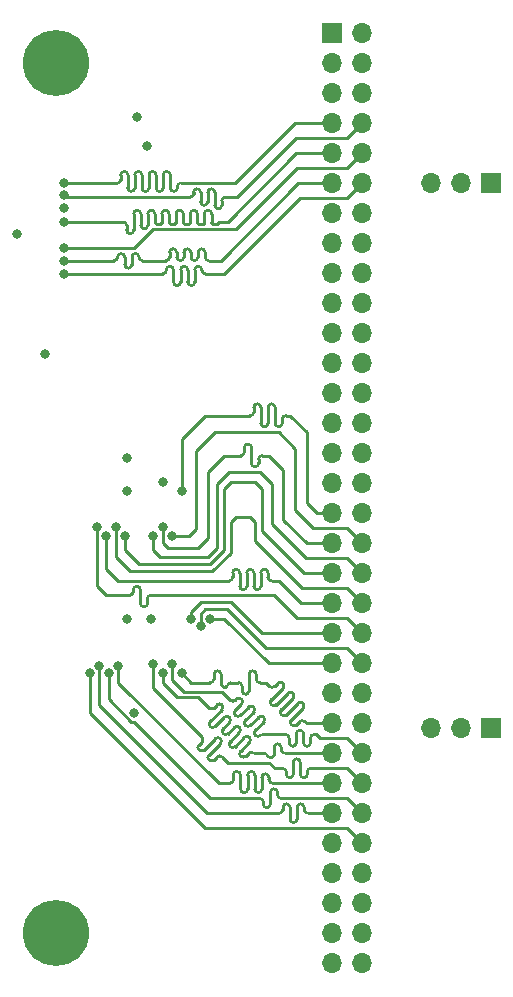
<source format=gbr>
%TF.GenerationSoftware,KiCad,Pcbnew,6.0.7*%
%TF.CreationDate,2022-09-07T07:32:47+02:00*%
%TF.ProjectId,srambrd,7372616d-6272-4642-9e6b-696361645f70,rev?*%
%TF.SameCoordinates,Original*%
%TF.FileFunction,Copper,L4,Bot*%
%TF.FilePolarity,Positive*%
%FSLAX46Y46*%
G04 Gerber Fmt 4.6, Leading zero omitted, Abs format (unit mm)*
G04 Created by KiCad (PCBNEW 6.0.7) date 2022-09-07 07:32:47*
%MOMM*%
%LPD*%
G01*
G04 APERTURE LIST*
%TA.AperFunction,ComponentPad*%
%ADD10R,1.700000X1.700000*%
%TD*%
%TA.AperFunction,ComponentPad*%
%ADD11O,1.700000X1.700000*%
%TD*%
%TA.AperFunction,ComponentPad*%
%ADD12C,5.600000*%
%TD*%
%TA.AperFunction,ViaPad*%
%ADD13C,0.800000*%
%TD*%
%TA.AperFunction,Conductor*%
%ADD14C,0.250000*%
%TD*%
G04 APERTURE END LIST*
D10*
%TO.P,J3,1,Pin_1*%
%TO.N,GND*%
X144780000Y-74930000D03*
D11*
%TO.P,J3,2,Pin_2*%
%TO.N,RX*%
X142240000Y-74930000D03*
%TO.P,J3,3,Pin_3*%
%TO.N,TX*%
X139700000Y-74930000D03*
%TD*%
D12*
%TO.P,H1,1*%
%TO.N,N/C*%
X107950000Y-64770000D03*
%TD*%
D10*
%TO.P,J4,1,Pin_1*%
%TO.N,GND*%
X144780000Y-121013269D03*
D11*
%TO.P,J4,2,Pin_2*%
%TO.N,AUDIO_L*%
X142240000Y-121013269D03*
%TO.P,J4,3,Pin_3*%
%TO.N,AUDIO_R*%
X139700000Y-121013269D03*
%TD*%
D12*
%TO.P,H2,1*%
%TO.N,N/C*%
X107950000Y-138430000D03*
%TD*%
D10*
%TO.P,J1,1,Pin_1*%
%TO.N,GND*%
X131298000Y-62225000D03*
D11*
%TO.P,J1,2,Pin_2*%
X133838000Y-62225000D03*
%TO.P,J1,3,Pin_3*%
%TO.N,3v3*%
X131298000Y-64765000D03*
%TO.P,J1,4,Pin_4*%
X133838000Y-64765000D03*
%TO.P,J1,5,Pin_5*%
%TO.N,GND*%
X131298000Y-67305000D03*
%TO.P,J1,6,Pin_6*%
X133838000Y-67305000D03*
%TO.P,J1,7,Pin_7*%
%TO.N,SD_DAT1*%
X131298000Y-69845000D03*
%TO.P,J1,8,Pin_8*%
%TO.N,SD_DAT0*%
X133838000Y-69845000D03*
%TO.P,J1,9,Pin_9*%
%TO.N,SD_CLK*%
X131298000Y-72385000D03*
%TO.P,J1,10,Pin_10*%
%TO.N,SD_CMD*%
X133838000Y-72385000D03*
%TO.P,J1,11,Pin_11*%
%TO.N,SD_DAT3*%
X131298000Y-74925000D03*
%TO.P,J1,12,Pin_12*%
%TO.N,SD_DAT2*%
X133838000Y-74925000D03*
%TO.P,J1,13,Pin_13*%
%TO.N,TX*%
X131298000Y-77465000D03*
%TO.P,J1,14,Pin_14*%
%TO.N,RX*%
X133838000Y-77465000D03*
%TO.P,J1,15,Pin_15*%
%TO.N,unconnected-(J1-Pad15)*%
X131298000Y-80005000D03*
%TO.P,J1,16,Pin_16*%
%TO.N,PWM_L*%
X133838000Y-80005000D03*
%TO.P,J1,17,Pin_17*%
%TO.N,unconnected-(J1-Pad17)*%
X131298000Y-82545000D03*
%TO.P,J1,18,Pin_18*%
%TO.N,PWM_R*%
X133838000Y-82545000D03*
%TO.P,J1,19,Pin_19*%
%TO.N,unconnected-(J1-Pad19)*%
X131298000Y-85085000D03*
%TO.P,J1,20,Pin_20*%
%TO.N,unconnected-(J1-Pad20)*%
X133838000Y-85085000D03*
%TO.P,J1,21,Pin_21*%
%TO.N,A9*%
X131298000Y-87625000D03*
%TO.P,J1,22,Pin_22*%
%TO.N,unconnected-(J1-Pad22)*%
X133838000Y-87625000D03*
%TO.P,J1,23,Pin_23*%
%TO.N,A7*%
X131298000Y-90165000D03*
%TO.P,J1,24,Pin_24*%
%TO.N,A8*%
X133838000Y-90165000D03*
%TO.P,J1,25,Pin_25*%
%TO.N,A5*%
X131298000Y-92705000D03*
%TO.P,J1,26,Pin_26*%
%TO.N,A6*%
X133838000Y-92705000D03*
%TO.P,J1,27,Pin_27*%
%TO.N,CE_N*%
X131298000Y-95245000D03*
%TO.P,J1,28,Pin_28*%
%TO.N,WE_N*%
X133838000Y-95245000D03*
%TO.P,J1,29,Pin_29*%
%TO.N,A3*%
X131298000Y-97785000D03*
%TO.P,J1,30,Pin_30*%
%TO.N,A4*%
X133838000Y-97785000D03*
%TO.P,J1,31,Pin_31*%
%TO.N,A1*%
X131298000Y-100325000D03*
%TO.P,J1,32,Pin_32*%
%TO.N,A2*%
X133838000Y-100325000D03*
%TO.P,J1,33,Pin_33*%
%TO.N,D0*%
X131298000Y-102865000D03*
%TO.P,J1,34,Pin_34*%
%TO.N,A0*%
X133838000Y-102865000D03*
%TO.P,J1,35,Pin_35*%
%TO.N,D2*%
X131298000Y-105405000D03*
%TO.P,J1,36,Pin_36*%
%TO.N,D1*%
X133838000Y-105405000D03*
%TO.P,J1,37,Pin_37*%
%TO.N,D4*%
X131298000Y-107945000D03*
%TO.P,J1,38,Pin_38*%
%TO.N,D3*%
X133838000Y-107945000D03*
%TO.P,J1,39,Pin_39*%
%TO.N,D6*%
X131298000Y-110485000D03*
%TO.P,J1,40,Pin_40*%
%TO.N,D5*%
X133838000Y-110485000D03*
%TO.P,J1,41,Pin_41*%
%TO.N,LB_N*%
X131298000Y-113025000D03*
%TO.P,J1,42,Pin_42*%
%TO.N,D7*%
X133838000Y-113025000D03*
%TO.P,J1,43,Pin_43*%
%TO.N,OE_N*%
X131298000Y-115565000D03*
%TO.P,J1,44,Pin_44*%
%TO.N,UB_N*%
X133838000Y-115565000D03*
%TO.P,J1,45,Pin_45*%
%TO.N,A16*%
X131298000Y-118105000D03*
%TO.P,J1,46,Pin_46*%
%TO.N,A17*%
X133838000Y-118105000D03*
%TO.P,J1,47,Pin_47*%
%TO.N,D15*%
X131298000Y-120645000D03*
%TO.P,J1,48,Pin_48*%
%TO.N,A15*%
X133838000Y-120645000D03*
%TO.P,J1,49,Pin_49*%
%TO.N,D13*%
X131298000Y-123185000D03*
%TO.P,J1,50,Pin_50*%
%TO.N,D14*%
X133838000Y-123185000D03*
%TO.P,J1,51,Pin_51*%
%TO.N,D11*%
X131298000Y-125725000D03*
%TO.P,J1,52,Pin_52*%
%TO.N,D12*%
X133838000Y-125725000D03*
%TO.P,J1,53,Pin_53*%
%TO.N,D9*%
X131298000Y-128265000D03*
%TO.P,J1,54,Pin_54*%
%TO.N,D10*%
X133838000Y-128265000D03*
%TO.P,J1,55,Pin_55*%
%TO.N,A14*%
X131298000Y-130805000D03*
%TO.P,J1,56,Pin_56*%
%TO.N,D8*%
X133838000Y-130805000D03*
%TO.P,J1,57,Pin_57*%
%TO.N,A12*%
X131298000Y-133345000D03*
%TO.P,J1,58,Pin_58*%
%TO.N,A13*%
X133838000Y-133345000D03*
%TO.P,J1,59,Pin_59*%
%TO.N,A10*%
X131298000Y-135885000D03*
%TO.P,J1,60,Pin_60*%
%TO.N,A11*%
X133838000Y-135885000D03*
%TO.P,J1,61,Pin_61*%
%TO.N,GND*%
X131298000Y-138425000D03*
%TO.P,J1,62,Pin_62*%
X133838000Y-138425000D03*
%TO.P,J1,63,Pin_63*%
%TO.N,unconnected-(J1-Pad63)*%
X131298000Y-140965000D03*
%TO.P,J1,64,Pin_64*%
%TO.N,unconnected-(J1-Pad64)*%
X133838000Y-140965000D03*
%TD*%
D13*
%TO.N,GND*%
X114000000Y-101000000D03*
X115697000Y-71800000D03*
X114600000Y-119800000D03*
X108600000Y-77000000D03*
X114000000Y-98171000D03*
X116000000Y-111800000D03*
%TO.N,3v3*%
X114000000Y-111800000D03*
X117000000Y-100200000D03*
X107000000Y-89400000D03*
X104648000Y-79248000D03*
X114800000Y-69342000D03*
%TO.N,D0*%
X118600000Y-101000000D03*
%TO.N,D1*%
X117800000Y-104800000D03*
%TO.N,D2*%
X117000000Y-104000000D03*
%TO.N,D3*%
X116200000Y-104800000D03*
%TO.N,D4*%
X113800000Y-104800000D03*
%TO.N,D5*%
X113000000Y-104000000D03*
%TO.N,D6*%
X112200000Y-104800000D03*
%TO.N,D7*%
X111400000Y-104000000D03*
%TO.N,D8*%
X110800000Y-116400000D03*
%TO.N,D9*%
X111600000Y-115800000D03*
%TO.N,D10*%
X112400000Y-116400000D03*
%TO.N,D11*%
X113200000Y-115800000D03*
%TO.N,D12*%
X116200000Y-115600000D03*
%TO.N,D13*%
X117000000Y-116400000D03*
%TO.N,D14*%
X117800000Y-115600000D03*
%TO.N,D15*%
X118600000Y-116400000D03*
%TO.N,OE_N*%
X121000000Y-111800000D03*
%TO.N,UB_N*%
X120200000Y-112400000D03*
%TO.N,LB_N*%
X119400000Y-111800000D03*
%TO.N,SD_DAT3*%
X108600000Y-81475000D03*
%TO.N,SD_CMD*%
X108600000Y-80400000D03*
%TO.N,SD_CLK*%
X108600000Y-78200000D03*
%TO.N,SD_DAT0*%
X108600000Y-75946000D03*
%TO.N,SD_DAT1*%
X108600000Y-74930000D03*
%TO.N,SD_DAT2*%
X108600000Y-82600000D03*
%TD*%
D14*
%TO.N,D0*%
X129200000Y-96000000D02*
X127800000Y-94600000D01*
X125900000Y-93900000D02*
X125900000Y-95250000D01*
X126500000Y-95250000D02*
X126500000Y-93900000D01*
X120600000Y-94600000D02*
X118600000Y-96600000D01*
X131298000Y-102865000D02*
X130065000Y-102865000D01*
X125300000Y-95250000D02*
X125300000Y-93900000D01*
X130065000Y-102865000D02*
X129200000Y-102000000D01*
X118600000Y-96600000D02*
X118600000Y-101000000D01*
X129200000Y-102000000D02*
X129200000Y-96000000D01*
X124400000Y-94600000D02*
X120600000Y-94600000D01*
X124700000Y-93900000D02*
X124700000Y-94300000D01*
X127800000Y-94600000D02*
X127400000Y-94600000D01*
X127100000Y-94900000D02*
X127100000Y-95250000D01*
X126500000Y-95250000D02*
G75*
G03*
X126800000Y-95550000I300000J0D01*
G01*
X125300000Y-95250000D02*
G75*
G03*
X125600000Y-95550000I300000J0D01*
G01*
X125600000Y-95550000D02*
G75*
G03*
X125900000Y-95250000I0J300000D01*
G01*
X127100000Y-94900000D02*
G75*
G02*
X127400000Y-94600000I300000J0D01*
G01*
X126800000Y-95550000D02*
G75*
G03*
X127100000Y-95250000I0J300000D01*
G01*
X124700000Y-93900000D02*
G75*
G02*
X125000000Y-93600000I300000J0D01*
G01*
X125000000Y-93600000D02*
G75*
G02*
X125300000Y-93900000I0J-300000D01*
G01*
X125900000Y-93900000D02*
G75*
G02*
X126200000Y-93600000I300000J0D01*
G01*
X124400000Y-94600000D02*
G75*
G03*
X124700000Y-94300000I0J300000D01*
G01*
X126200000Y-93600000D02*
G75*
G02*
X126500000Y-93900000I0J-300000D01*
G01*
%TO.N,D1*%
X129740000Y-104140000D02*
X132573000Y-104140000D01*
X121400000Y-96000000D02*
X126800000Y-96000000D01*
X119800000Y-104200000D02*
X119800000Y-97600000D01*
X126800000Y-96000000D02*
X128200000Y-97400000D01*
X119200000Y-104800000D02*
X119800000Y-104200000D01*
X117800000Y-104800000D02*
X119200000Y-104800000D01*
X119800000Y-97600000D02*
X121400000Y-96000000D01*
X128200000Y-102600000D02*
X129740000Y-104140000D01*
X128200000Y-97400000D02*
X128200000Y-102600000D01*
X132573000Y-104140000D02*
X133838000Y-105405000D01*
%TO.N,D2*%
X124500000Y-98650000D02*
X124500000Y-98300000D01*
X129205000Y-105405000D02*
X127200000Y-103400000D01*
X117400000Y-105800000D02*
X117000000Y-105400000D01*
X124500000Y-98300000D02*
X124500000Y-97300000D01*
X127200000Y-99200000D02*
X126000000Y-98000000D01*
X117000000Y-105400000D02*
X117000000Y-104000000D01*
X122200000Y-98000000D02*
X120800000Y-99400000D01*
X120800000Y-105000000D02*
X120000000Y-105800000D01*
X127200000Y-103400000D02*
X127200000Y-99200000D01*
X123393338Y-98000000D02*
X122200000Y-98000000D01*
X120000000Y-105800000D02*
X117400000Y-105800000D01*
X123600000Y-98000000D02*
X123393338Y-98000000D01*
X131298000Y-105405000D02*
X129205000Y-105405000D01*
X120800000Y-99400000D02*
X120800000Y-105000000D01*
X123900000Y-97300000D02*
X123900000Y-97700000D01*
X126000000Y-98000000D02*
X125400000Y-98000000D01*
X125100000Y-98300000D02*
X125100000Y-98650000D01*
X124800000Y-98950000D02*
G75*
G03*
X125100000Y-98650000I0J300000D01*
G01*
X124200000Y-97000000D02*
G75*
G02*
X124500000Y-97300000I0J-300000D01*
G01*
X123900000Y-97300000D02*
G75*
G02*
X124200000Y-97000000I300000J0D01*
G01*
X123600000Y-98000000D02*
G75*
G03*
X123900000Y-97700000I0J300000D01*
G01*
X124500000Y-98650000D02*
G75*
G03*
X124800000Y-98950000I300000J0D01*
G01*
X125100000Y-98300000D02*
G75*
G02*
X125400000Y-98000000I300000J0D01*
G01*
%TO.N,D3*%
X116200000Y-106000000D02*
X116800000Y-106600000D01*
X121600000Y-105800000D02*
X121600000Y-100400000D01*
X125200000Y-99400000D02*
X126200000Y-100400000D01*
X121600000Y-100400000D02*
X122600000Y-99400000D01*
X132573000Y-106680000D02*
X133838000Y-107945000D01*
X116800000Y-106600000D02*
X120800000Y-106600000D01*
X122600000Y-99400000D02*
X125200000Y-99400000D01*
X129080000Y-106680000D02*
X132573000Y-106680000D01*
X126200000Y-100400000D02*
X126200000Y-103800000D01*
X120800000Y-106600000D02*
X121600000Y-105800000D01*
X126200000Y-103800000D02*
X129080000Y-106680000D01*
X116200000Y-104800000D02*
X116200000Y-106000000D01*
%TO.N,D4*%
X122200000Y-106000000D02*
X122200000Y-100800000D01*
X124800000Y-100200000D02*
X125400000Y-100800000D01*
X122200000Y-100800000D02*
X122800000Y-100200000D01*
X113800000Y-104800000D02*
X113800000Y-106000000D01*
X125400000Y-104400000D02*
X128945000Y-107945000D01*
X122800000Y-100200000D02*
X124800000Y-100200000D01*
X121000000Y-107200000D02*
X122200000Y-106000000D01*
X128945000Y-107945000D02*
X131298000Y-107945000D01*
X115000000Y-107200000D02*
X121000000Y-107200000D01*
X125400000Y-100800000D02*
X125400000Y-104400000D01*
X113800000Y-106000000D02*
X115000000Y-107200000D01*
%TO.N,D5*%
X124400000Y-103200000D02*
X123200000Y-103200000D01*
X114200000Y-107800000D02*
X113000000Y-106600000D01*
X124800000Y-103600000D02*
X124400000Y-103200000D01*
X128820000Y-109220000D02*
X124800000Y-105200000D01*
X124800000Y-105200000D02*
X124800000Y-103600000D01*
X122800000Y-106200000D02*
X121200000Y-107800000D01*
X122800000Y-103600000D02*
X122800000Y-106200000D01*
X113000000Y-106600000D02*
X113000000Y-104000000D01*
X132573000Y-109220000D02*
X128820000Y-109220000D01*
X133838000Y-110485000D02*
X132573000Y-109220000D01*
X121200000Y-107800000D02*
X114200000Y-107800000D01*
X123200000Y-103200000D02*
X122800000Y-103600000D01*
%TO.N,D6*%
X125300000Y-107900000D02*
X125300000Y-108300000D01*
X112200000Y-107600000D02*
X112200000Y-104800000D01*
X128685000Y-110485000D02*
X126800000Y-108600000D01*
X124100000Y-108600000D02*
X124100000Y-109050000D01*
X126800000Y-108600000D02*
X126200000Y-108600000D01*
X131298000Y-110485000D02*
X128685000Y-110485000D01*
X122600000Y-108600000D02*
X122162523Y-108600000D01*
X125900000Y-108300000D02*
X125900000Y-107900000D01*
X122162523Y-108600000D02*
X113200000Y-108600000D01*
X125300000Y-108300000D02*
X125300000Y-109050000D01*
X124100000Y-107900000D02*
X124100000Y-108600000D01*
X122900000Y-107900000D02*
X122900000Y-108300000D01*
X123500000Y-109050000D02*
X123500000Y-108600000D01*
X124700000Y-109050000D02*
X124700000Y-108600000D01*
X124700000Y-108600000D02*
X124700000Y-107900000D01*
X123500000Y-108600000D02*
X123500000Y-107900000D01*
X113200000Y-108600000D02*
X112200000Y-107600000D01*
X125600000Y-107600000D02*
G75*
G02*
X125900000Y-107900000I0J-300000D01*
G01*
X124100000Y-107900000D02*
G75*
G02*
X124400000Y-107600000I300000J0D01*
G01*
X123500000Y-109050000D02*
G75*
G03*
X123800000Y-109350000I300000J0D01*
G01*
X123200000Y-107600000D02*
G75*
G02*
X123500000Y-107900000I0J-300000D01*
G01*
X123800000Y-109350000D02*
G75*
G03*
X124100000Y-109050000I0J300000D01*
G01*
X125000000Y-109350000D02*
G75*
G03*
X125300000Y-109050000I0J300000D01*
G01*
X124700000Y-109050000D02*
G75*
G03*
X125000000Y-109350000I300000J0D01*
G01*
X122900000Y-107900000D02*
G75*
G02*
X123200000Y-107600000I300000J0D01*
G01*
X125300000Y-107900000D02*
G75*
G02*
X125600000Y-107600000I300000J0D01*
G01*
X122600000Y-108600000D02*
G75*
G03*
X122900000Y-108300000I0J300000D01*
G01*
X125900000Y-108300000D02*
G75*
G03*
X126200000Y-108600000I300000J0D01*
G01*
X124400000Y-107600000D02*
G75*
G02*
X124700000Y-107900000I0J-300000D01*
G01*
%TO.N,D7*%
X126400000Y-109800000D02*
X116000000Y-109800000D01*
X111400000Y-109000000D02*
X111400000Y-104000000D01*
X132573000Y-111760000D02*
X128360000Y-111760000D01*
X114200000Y-109800000D02*
X114037219Y-109800000D01*
X115700000Y-110100000D02*
X115700000Y-110500000D01*
X112200000Y-109800000D02*
X111400000Y-109000000D01*
X133838000Y-113025000D02*
X132573000Y-111760000D01*
X114500000Y-109350000D02*
X114500000Y-109500000D01*
X115100000Y-110100000D02*
X115100000Y-109350000D01*
X114037219Y-109800000D02*
X112200000Y-109800000D01*
X128360000Y-111760000D02*
X126400000Y-109800000D01*
X115100000Y-110500000D02*
X115100000Y-110100000D01*
X115400000Y-110800000D02*
G75*
G03*
X115700000Y-110500000I0J300000D01*
G01*
X115700000Y-110100000D02*
G75*
G02*
X116000000Y-109800000I300000J0D01*
G01*
X114800000Y-109050000D02*
G75*
G02*
X115100000Y-109350000I0J-300000D01*
G01*
X114500000Y-109350000D02*
G75*
G02*
X114800000Y-109050000I300000J0D01*
G01*
X115100000Y-110500000D02*
G75*
G03*
X115400000Y-110800000I300000J0D01*
G01*
X114200000Y-109800000D02*
G75*
G03*
X114500000Y-109500000I0J300000D01*
G01*
%TO.N,D8*%
X110800000Y-119800000D02*
X120540000Y-129540000D01*
X120540000Y-129540000D02*
X132573000Y-129540000D01*
X132573000Y-129540000D02*
X133838000Y-130805000D01*
X110800000Y-116400000D02*
X110800000Y-119800000D01*
%TO.N,D9*%
X111600000Y-119100000D02*
X111600000Y-115800000D01*
X126242152Y-128265000D02*
X120765000Y-128265000D01*
X127765000Y-128265000D02*
X127765000Y-127765000D01*
X127165000Y-127765000D02*
X127165000Y-127965000D01*
X126865000Y-128265000D02*
X126242152Y-128265000D01*
X128965000Y-127965000D02*
X128965000Y-127765000D01*
X120765000Y-128265000D02*
X111600000Y-119100000D01*
X128365000Y-127965000D02*
X128365000Y-128765000D01*
X131298000Y-128265000D02*
X129265000Y-128265000D01*
X128365000Y-127765000D02*
X128365000Y-127965000D01*
X127765000Y-128765000D02*
X127765000Y-128265000D01*
X127765000Y-128765000D02*
G75*
G03*
X128065000Y-129065000I300000J0D01*
G01*
X128365000Y-127765000D02*
G75*
G02*
X128665000Y-127465000I300000J0D01*
G01*
X128665000Y-127465000D02*
G75*
G02*
X128965000Y-127765000I0J-300000D01*
G01*
X127465000Y-127465000D02*
G75*
G02*
X127765000Y-127765000I0J-300000D01*
G01*
X126865000Y-128265000D02*
G75*
G03*
X127165000Y-127965000I0J300000D01*
G01*
X128065000Y-129065000D02*
G75*
G03*
X128365000Y-128765000I0J300000D01*
G01*
X127165000Y-127765000D02*
G75*
G02*
X127465000Y-127465000I300000J0D01*
G01*
X128965000Y-127965000D02*
G75*
G03*
X129265000Y-128265000I300000J0D01*
G01*
%TO.N,D10*%
X112400000Y-118625305D02*
X112400000Y-116400000D01*
X125200000Y-127000000D02*
X121000000Y-127000000D01*
X114525000Y-120525000D02*
X114299695Y-120525000D01*
X114299695Y-120525000D02*
X112400000Y-118625305D01*
X121000000Y-127000000D02*
X114525000Y-120525000D01*
X132573000Y-127000000D02*
X127000000Y-127000000D01*
X133838000Y-128265000D02*
X132573000Y-127000000D01*
X126100000Y-126500000D02*
X126100000Y-127500000D01*
X126700000Y-126700000D02*
X126700000Y-126500000D01*
X125500000Y-127500000D02*
X125500000Y-127300000D01*
X125200000Y-127000000D02*
G75*
G02*
X125500000Y-127300000I0J-300000D01*
G01*
X126700000Y-126700000D02*
G75*
G03*
X127000000Y-127000000I300000J0D01*
G01*
X125800000Y-127800000D02*
G75*
G03*
X126100000Y-127500000I0J300000D01*
G01*
X126400000Y-126200000D02*
G75*
G02*
X126700000Y-126500000I0J-300000D01*
G01*
X125500000Y-127500000D02*
G75*
G03*
X125800000Y-127800000I300000J0D01*
G01*
X126100000Y-126500000D02*
G75*
G02*
X126400000Y-126200000I300000J0D01*
G01*
%TO.N,D11*%
X131298000Y-125725000D02*
X126275000Y-125725000D01*
X125975000Y-125425000D02*
X125975000Y-125225000D01*
X124775000Y-126225000D02*
X124775000Y-125025000D01*
X124175000Y-125025000D02*
X124175000Y-126225000D01*
X125375000Y-125225000D02*
X125375000Y-126225000D01*
X122975000Y-125025000D02*
X122975000Y-125425000D01*
X122675000Y-125725000D02*
X121725000Y-125725000D01*
X121725000Y-125725000D02*
X113200000Y-117200000D01*
X113200000Y-117200000D02*
X113200000Y-115800000D01*
X123575000Y-126225000D02*
X123575000Y-125025000D01*
X125375000Y-125225000D02*
G75*
G02*
X125675000Y-124925000I300000J0D01*
G01*
X124475000Y-124725000D02*
G75*
G02*
X124775000Y-125025000I0J-300000D01*
G01*
X123275000Y-124725000D02*
G75*
G02*
X123575000Y-125025000I0J-300000D01*
G01*
X123575000Y-126225000D02*
G75*
G03*
X123875000Y-126525000I300000J0D01*
G01*
X122675000Y-125725000D02*
G75*
G03*
X122975000Y-125425000I0J300000D01*
G01*
X125675000Y-124925000D02*
G75*
G02*
X125975000Y-125225000I0J-300000D01*
G01*
X122975000Y-125025000D02*
G75*
G02*
X123275000Y-124725000I300000J0D01*
G01*
X124775000Y-126225000D02*
G75*
G03*
X125075000Y-126525000I300000J0D01*
G01*
X124175000Y-125025000D02*
G75*
G02*
X124475000Y-124725000I300000J0D01*
G01*
X125975000Y-125425000D02*
G75*
G03*
X126275000Y-125725000I300000J0D01*
G01*
X125075000Y-126525000D02*
G75*
G03*
X125375000Y-126225000I0J300000D01*
G01*
X123875000Y-126525000D02*
G75*
G03*
X124175000Y-126225000I0J300000D01*
G01*
%TO.N,D12*%
X127440000Y-124960000D02*
X127440000Y-124760000D01*
X120903982Y-123323222D02*
X120903982Y-123323221D01*
X120055452Y-122474690D02*
X120302938Y-122227201D01*
X119949029Y-121449029D02*
X116200000Y-117700000D01*
X121434311Y-121944362D02*
X121434311Y-121944363D01*
X126460000Y-124460000D02*
X126000000Y-124000000D01*
X116200000Y-117700000D02*
X116200000Y-115600000D01*
X128040000Y-123960000D02*
X128040000Y-124460000D01*
X122500000Y-124000000D02*
X122000000Y-123500000D01*
X126000000Y-124000000D02*
X122500000Y-124000000D01*
X129240000Y-124760000D02*
X129240000Y-124960000D01*
X121434311Y-121944363D02*
X120479715Y-122898954D01*
X121575735Y-123499999D02*
X121575734Y-123499999D01*
X127140000Y-124460000D02*
X126724706Y-124460000D01*
X128640000Y-124760000D02*
X128640000Y-123960000D01*
X132573000Y-124460000D02*
X129540000Y-124460000D01*
X128040000Y-124460000D02*
X128040000Y-124960000D01*
X128640000Y-124960000D02*
X128640000Y-124760000D01*
X133838000Y-125725000D02*
X132573000Y-124460000D01*
X120055450Y-122474689D02*
X120055452Y-122474690D01*
X126724706Y-124460000D02*
X126460000Y-124460000D01*
X121575734Y-123499999D02*
X121328247Y-123747487D01*
X120903982Y-123323221D02*
X121858576Y-122368627D01*
X120302938Y-121802937D02*
X119949029Y-121449029D01*
X128040000Y-123960000D02*
G75*
G02*
X128340000Y-123660000I300000J0D01*
G01*
X120903984Y-123747486D02*
G75*
G03*
X121328246Y-123747486I212131J212131D01*
G01*
X128640000Y-124960000D02*
G75*
G03*
X128940000Y-125260000I300000J0D01*
G01*
X127740000Y-125260000D02*
G75*
G03*
X128040000Y-124960000I0J300000D01*
G01*
X128340000Y-123660000D02*
G75*
G02*
X128640000Y-123960000I0J-300000D01*
G01*
X120904028Y-123323268D02*
G75*
G03*
X120903983Y-123747487I212072J-212132D01*
G01*
X121575769Y-123500032D02*
G75*
G02*
X122000000Y-123500000I212131J-212068D01*
G01*
X121858571Y-121944368D02*
G75*
G02*
X121858576Y-122368627I-212171J-212132D01*
G01*
X127140000Y-124460000D02*
G75*
G02*
X127440000Y-124760000I0J-300000D01*
G01*
X129240000Y-124760000D02*
G75*
G02*
X129540000Y-124460000I300000J0D01*
G01*
X128940000Y-125260000D02*
G75*
G03*
X129240000Y-124960000I0J300000D01*
G01*
X121434268Y-121944319D02*
G75*
G02*
X121858576Y-121944363I212132J-212181D01*
G01*
X120055452Y-122898953D02*
G75*
G03*
X120479714Y-122898953I212131J212131D01*
G01*
X127440000Y-124960000D02*
G75*
G03*
X127740000Y-125260000I300000J0D01*
G01*
X120302907Y-121802968D02*
G75*
G02*
X120302938Y-122227201I-212107J-212132D01*
G01*
X120055429Y-122474668D02*
G75*
G03*
X120055451Y-122898954I212171J-212132D01*
G01*
%TO.N,D13*%
X126240000Y-123535000D02*
X125990000Y-123535000D01*
X122705095Y-122195044D02*
X122705097Y-122195045D01*
X121008029Y-120497978D02*
X121008031Y-120497979D01*
X127015000Y-122885000D02*
X127015000Y-122685000D01*
X121008031Y-120497979D02*
X121997977Y-119508028D01*
X125640000Y-123185000D02*
X124685000Y-123185000D01*
X120866605Y-119366606D02*
X120538140Y-119038140D01*
X131298000Y-123185000D02*
X127315000Y-123185000D01*
X126415000Y-122685000D02*
X126415000Y-122885000D01*
X123058646Y-120992962D02*
X122528314Y-121523289D01*
X123588982Y-123008222D02*
X123588982Y-123008221D01*
X124260734Y-123184999D02*
X124013247Y-123432487D01*
X126415000Y-122885000D02*
X126415000Y-123360000D01*
X121573712Y-119083763D02*
X121573712Y-119083764D01*
X122210113Y-120144428D02*
X122210113Y-120144429D01*
X123907179Y-121841495D02*
X123129360Y-122619309D01*
X120538140Y-119038140D02*
X119950000Y-118450000D01*
X121573712Y-119083764D02*
X121290869Y-119366606D01*
X118213604Y-118450000D02*
X117000000Y-117236396D01*
X123588982Y-123008221D02*
X124331444Y-122265759D01*
X123058646Y-120992961D02*
X123058646Y-120992962D01*
X124260735Y-123184999D02*
X124260734Y-123184999D01*
X122104051Y-121099025D02*
X122634378Y-120568693D01*
X117000000Y-117236396D02*
X117000000Y-116400000D01*
X123907179Y-121841494D02*
X123907179Y-121841495D01*
X122705097Y-122195045D02*
X123482911Y-121417226D01*
X122104049Y-121099024D02*
X122104051Y-121099025D01*
X122210113Y-120144429D02*
X121432294Y-120922243D01*
X119950000Y-118450000D02*
X118213604Y-118450000D01*
X126415000Y-122685000D02*
G75*
G02*
X126715000Y-122385000I300000J0D01*
G01*
X121008019Y-120497968D02*
G75*
G03*
X121008030Y-120922243I212181J-212132D01*
G01*
X125640000Y-123185000D02*
G75*
G02*
X125815000Y-123360000I0J-175000D01*
G01*
X122104051Y-121523288D02*
G75*
G03*
X122528313Y-121523288I212131J212131D01*
G01*
X122104093Y-121099068D02*
G75*
G03*
X122104050Y-121523289I212107J-212132D01*
G01*
X121997972Y-119083769D02*
G75*
G02*
X121997976Y-119508027I-212172J-212131D01*
G01*
X121008031Y-120922242D02*
G75*
G03*
X121432293Y-120922242I212131J212131D01*
G01*
X123058668Y-120992983D02*
G75*
G02*
X123482911Y-120992962I212132J-212117D01*
G01*
X123907168Y-121841483D02*
G75*
G02*
X124331444Y-121841495I212132J-212117D01*
G01*
X122705120Y-122195069D02*
G75*
G03*
X122705097Y-122619308I212080J-212131D01*
G01*
X123589028Y-123008268D02*
G75*
G03*
X123588983Y-123432487I212072J-212132D01*
G01*
X124260769Y-123185032D02*
G75*
G02*
X124685000Y-123185000I212131J-212068D01*
G01*
X124331471Y-121841468D02*
G75*
G02*
X124331444Y-122265759I-212171J-212132D01*
G01*
X121573668Y-119083719D02*
G75*
G02*
X121997977Y-119083764I212132J-212181D01*
G01*
X123482904Y-120992969D02*
G75*
G02*
X123482910Y-121417225I-212104J-212131D01*
G01*
X123588984Y-123432486D02*
G75*
G03*
X124013246Y-123432486I212131J212131D01*
G01*
X126240000Y-123535000D02*
G75*
G03*
X126415000Y-123360000I0J175000D01*
G01*
X125815000Y-123360000D02*
G75*
G03*
X125990000Y-123535000I175000J0D01*
G01*
X127015000Y-122885000D02*
G75*
G03*
X127315000Y-123185000I300000J0D01*
G01*
X122210068Y-120144383D02*
G75*
G02*
X122634378Y-120144429I212132J-212217D01*
G01*
X122634338Y-120144469D02*
G75*
G02*
X122634377Y-120568692I-212138J-212131D01*
G01*
X120866606Y-119366605D02*
G75*
G03*
X121290868Y-119366605I212131J212131D01*
G01*
X122705097Y-122619308D02*
G75*
G03*
X123129359Y-122619308I212131J212131D01*
G01*
X126715000Y-122385000D02*
G75*
G02*
X127015000Y-122685000I0J-300000D01*
G01*
%TO.N,D14*%
X123126919Y-119551184D02*
X123126921Y-119551185D01*
X127400000Y-121600000D02*
X127055825Y-121600000D01*
X128725000Y-121250000D02*
X128475000Y-121250000D01*
X128300000Y-121425000D02*
X128300000Y-121600000D01*
X124258293Y-119268345D02*
X123551184Y-119975449D01*
X117800000Y-117000000D02*
X117800000Y-115600000D01*
X123232984Y-118596588D02*
X123126917Y-118702654D01*
X124258293Y-119268344D02*
X124258293Y-119268345D01*
X127055825Y-121600000D02*
X125532476Y-121600000D01*
X123975452Y-120399717D02*
X123975454Y-120399718D01*
X128900000Y-121900000D02*
X128900000Y-121425000D01*
X130320000Y-121920000D02*
X130000000Y-121600000D01*
X130000000Y-121600000D02*
X129800000Y-121600000D01*
X128300000Y-121600000D02*
X128300000Y-122300000D01*
X124823983Y-121672514D02*
X124823985Y-121672515D01*
X125248250Y-121672514D02*
X125248249Y-121672514D01*
X125106826Y-120116878D02*
X124399717Y-120823982D01*
X124823984Y-121248250D02*
X124823984Y-121248249D01*
X125106826Y-120116877D02*
X125106826Y-120116878D01*
X123975454Y-120399718D02*
X124682558Y-119692609D01*
X125532476Y-121600000D02*
X125519573Y-121587097D01*
X122702652Y-118702653D02*
X122000000Y-118000000D01*
X127700000Y-122300000D02*
X127700000Y-121900000D01*
X123126921Y-119551185D02*
X123657249Y-119020852D01*
X128900000Y-122300000D02*
X128900000Y-121900000D01*
X123232984Y-118596587D02*
X123232984Y-118596588D01*
X122000000Y-118000000D02*
X118800000Y-118000000D01*
X118800000Y-118000000D02*
X117800000Y-117000000D01*
X132573000Y-121920000D02*
X130320000Y-121920000D01*
X133838000Y-123185000D02*
X132573000Y-121920000D01*
X124823984Y-121248249D02*
X125531091Y-120541142D01*
X129500000Y-121900000D02*
X129500000Y-122300000D01*
X129500000Y-121900000D02*
G75*
G02*
X129800000Y-121600000I300000J0D01*
G01*
X123126904Y-119551169D02*
G75*
G03*
X123126921Y-119975448I212196J-212131D01*
G01*
X125248221Y-121672484D02*
G75*
G02*
X125519573Y-121587098I219979J-225216D01*
G01*
X124682535Y-119268368D02*
G75*
G02*
X124682558Y-119692609I-212135J-212132D01*
G01*
X128000000Y-122600000D02*
G75*
G03*
X128300000Y-122300000I0J300000D01*
G01*
X124824003Y-121248269D02*
G75*
G03*
X124823986Y-121672514I212097J-212131D01*
G01*
X127700000Y-122300000D02*
G75*
G03*
X128000000Y-122600000I300000J0D01*
G01*
X125531101Y-120116868D02*
G75*
G02*
X125531091Y-120541142I-212101J-212132D01*
G01*
X123975454Y-120823981D02*
G75*
G03*
X124399716Y-120823981I212131J212131D01*
G01*
X123657269Y-118596568D02*
G75*
G02*
X123657249Y-119020852I-212169J-212132D01*
G01*
X123126921Y-119975448D02*
G75*
G03*
X123551183Y-119975448I212131J212131D01*
G01*
X123975404Y-120399669D02*
G75*
G03*
X123975454Y-120823981I212196J-212131D01*
G01*
X128900000Y-122300000D02*
G75*
G03*
X129200000Y-122600000I300000J0D01*
G01*
X124823984Y-121672513D02*
G75*
G03*
X125248248Y-121672513I212132J212130D01*
G01*
X129200000Y-122600000D02*
G75*
G03*
X129500000Y-122300000I0J300000D01*
G01*
X125106869Y-120116920D02*
G75*
G02*
X125531090Y-120116879I212131J-212080D01*
G01*
X128300000Y-121425000D02*
G75*
G02*
X128475000Y-121250000I175000J0D01*
G01*
X122702668Y-118702637D02*
G75*
G03*
X123126916Y-118702653I212132J212137D01*
G01*
X123232969Y-118596572D02*
G75*
G02*
X123657248Y-118596589I212131J-212128D01*
G01*
X127400000Y-121600000D02*
G75*
G02*
X127700000Y-121900000I0J-300000D01*
G01*
X128725000Y-121250000D02*
G75*
G02*
X128900000Y-121425000I0J-175000D01*
G01*
X124258268Y-119268319D02*
G75*
G02*
X124682558Y-119268345I212132J-212181D01*
G01*
%TO.N,D15*%
X119400000Y-117200000D02*
X118600000Y-116400000D01*
X121025000Y-117200000D02*
X120489604Y-117200000D01*
X121325000Y-116500000D02*
X121325000Y-116900000D01*
X121925000Y-117375000D02*
X121925000Y-117200000D01*
X124300000Y-116900000D02*
X124300000Y-117900000D01*
X128434311Y-118944362D02*
X128434311Y-118944363D01*
X123400000Y-117200000D02*
X122978346Y-117200000D01*
X124300000Y-116500000D02*
X124300000Y-116900000D01*
X126171564Y-118661512D02*
X127161510Y-117671561D01*
X127868627Y-120358576D02*
X128858576Y-119368627D01*
X129145000Y-120645000D02*
X129000000Y-120500000D01*
X125700000Y-117200000D02*
X125200000Y-117200000D01*
X122978346Y-117200000D02*
X122700000Y-117200000D01*
X121925000Y-117200000D02*
X121925000Y-116500000D01*
X127020095Y-119510044D02*
X127020097Y-119510045D01*
X126030138Y-117530139D02*
X125700000Y-117200000D01*
X127585778Y-118095829D02*
X127585778Y-118095830D01*
X123700000Y-117900000D02*
X123700000Y-117500000D01*
X120489604Y-117200000D02*
X119400000Y-117200000D01*
X122350000Y-117550000D02*
X122100000Y-117550000D01*
X126737245Y-117247297D02*
X126454402Y-117530139D01*
X127585778Y-118095830D02*
X126595827Y-119085776D01*
X126737245Y-117247296D02*
X126737245Y-117247297D01*
X127020097Y-119510045D02*
X128010043Y-118520094D01*
X128575734Y-120499999D02*
X128292892Y-120782842D01*
X128434311Y-118944363D02*
X127444360Y-119934309D01*
X126171562Y-118661511D02*
X126171564Y-118661512D01*
X131298000Y-120645000D02*
X129145000Y-120645000D01*
X124900000Y-116900000D02*
X124900000Y-116500000D01*
X127868627Y-120358577D02*
X127868627Y-120358576D01*
X128575735Y-120499999D02*
X128575734Y-120499999D01*
X121625000Y-116200000D02*
G75*
G02*
X121925000Y-116500000I0J-300000D01*
G01*
X127868618Y-120358568D02*
G75*
G03*
X127868628Y-120782842I212182J-212132D01*
G01*
X127868629Y-120782841D02*
G75*
G03*
X128292891Y-120782841I212131J212131D01*
G01*
X124600000Y-116200000D02*
G75*
G02*
X124900000Y-116500000I0J-300000D01*
G01*
X128575769Y-120500032D02*
G75*
G02*
X129000000Y-120500000I212131J-212068D01*
G01*
X121325000Y-116500000D02*
G75*
G02*
X121625000Y-116200000I300000J0D01*
G01*
X128858571Y-118944368D02*
G75*
G02*
X128858576Y-119368627I-212171J-212132D01*
G01*
X126737269Y-117247320D02*
G75*
G02*
X127161509Y-117247298I212131J-212080D01*
G01*
X127020120Y-119510069D02*
G75*
G03*
X127020097Y-119934308I212080J-212131D01*
G01*
X126171519Y-118661468D02*
G75*
G03*
X126171563Y-119085776I212181J-212132D01*
G01*
X123700000Y-117900000D02*
G75*
G03*
X124000000Y-118200000I300000J0D01*
G01*
X127161538Y-117247269D02*
G75*
G02*
X127161509Y-117671560I-212138J-212131D01*
G01*
X127020097Y-119934308D02*
G75*
G03*
X127444359Y-119934308I212131J212131D01*
G01*
X124900000Y-116900000D02*
G75*
G03*
X125200000Y-117200000I300000J0D01*
G01*
X128010004Y-118095869D02*
G75*
G02*
X128010042Y-118520093I-212104J-212131D01*
G01*
X126030139Y-117530138D02*
G75*
G03*
X126454401Y-117530138I212131J212131D01*
G01*
X126171564Y-119085775D02*
G75*
G03*
X126595826Y-119085775I212131J212131D01*
G01*
X124000000Y-118200000D02*
G75*
G03*
X124300000Y-117900000I0J300000D01*
G01*
X128434268Y-118944319D02*
G75*
G02*
X128858576Y-118944363I212132J-212181D01*
G01*
X122525000Y-117375000D02*
G75*
G02*
X122700000Y-117200000I175000J0D01*
G01*
X127585768Y-118095819D02*
G75*
G02*
X128010043Y-118095830I212132J-212181D01*
G01*
X121925000Y-117375000D02*
G75*
G03*
X122100000Y-117550000I175000J0D01*
G01*
X124300000Y-116500000D02*
G75*
G02*
X124600000Y-116200000I300000J0D01*
G01*
X121025000Y-117200000D02*
G75*
G03*
X121325000Y-116900000I0J300000D01*
G01*
X123400000Y-117200000D02*
G75*
G02*
X123700000Y-117500000I0J-300000D01*
G01*
X122350000Y-117550000D02*
G75*
G03*
X122525000Y-117375000I0J175000D01*
G01*
%TO.N,OE_N*%
X122200000Y-111800000D02*
X125965000Y-115565000D01*
X125965000Y-115565000D02*
X131298000Y-115565000D01*
X121000000Y-111800000D02*
X122200000Y-111800000D01*
%TO.N,UB_N*%
X120600000Y-111000000D02*
X122400000Y-111000000D01*
X120200000Y-112400000D02*
X120200000Y-111400000D01*
X120200000Y-111400000D02*
X120600000Y-111000000D01*
X132573000Y-114300000D02*
X133838000Y-115565000D01*
X122400000Y-111000000D02*
X125700000Y-114300000D01*
X125700000Y-114300000D02*
X132573000Y-114300000D01*
%TO.N,LB_N*%
X131298000Y-113025000D02*
X125425000Y-113025000D01*
X122800000Y-110400000D02*
X120200000Y-110400000D01*
X120200000Y-110400000D02*
X119400000Y-111200000D01*
X125425000Y-113025000D02*
X122800000Y-110400000D01*
X119400000Y-111200000D02*
X119400000Y-111800000D01*
%TO.N,SD_DAT3*%
X118175000Y-81175000D02*
X118175000Y-80775000D01*
X120575000Y-81175000D02*
X120575000Y-80775000D01*
X119375000Y-81175000D02*
X119375000Y-80775000D01*
X114375000Y-81475000D02*
X114375000Y-81825000D01*
X113775000Y-81475000D02*
X113775000Y-81175000D01*
X121925000Y-81475000D02*
X120875000Y-81475000D01*
X114375000Y-81175000D02*
X114375000Y-81475000D01*
X112875000Y-81475000D02*
X112167738Y-81475000D01*
X119975000Y-80775000D02*
X119975000Y-81175000D01*
X117275000Y-81475000D02*
X117225000Y-81475000D01*
X113775000Y-81825000D02*
X113775000Y-81475000D01*
X128475000Y-74925000D02*
X121925000Y-81475000D01*
X131298000Y-74925000D02*
X128475000Y-74925000D01*
X118775000Y-80775000D02*
X118775000Y-81175000D01*
X112167738Y-81475000D02*
X108600000Y-81475000D01*
X117225000Y-81475000D02*
X115275000Y-81475000D01*
X117575000Y-80775000D02*
X117575000Y-81175000D01*
X118775000Y-80775000D02*
G75*
G02*
X119075000Y-80475000I300000J0D01*
G01*
X113175000Y-81175000D02*
G75*
G02*
X113475000Y-80875000I300000J0D01*
G01*
X112875000Y-81475000D02*
G75*
G03*
X113175000Y-81175000I0J300000D01*
G01*
X117275000Y-81475000D02*
G75*
G03*
X117575000Y-81175000I0J300000D01*
G01*
X120275000Y-80475000D02*
G75*
G02*
X120575000Y-80775000I0J-300000D01*
G01*
X114675000Y-80875000D02*
G75*
G02*
X114975000Y-81175000I0J-300000D01*
G01*
X114075000Y-82125000D02*
G75*
G03*
X114375000Y-81825000I0J300000D01*
G01*
X119675000Y-81475000D02*
G75*
G03*
X119975000Y-81175000I0J300000D01*
G01*
X120575000Y-81175000D02*
G75*
G03*
X120875000Y-81475000I300000J0D01*
G01*
X118175000Y-81175000D02*
G75*
G03*
X118475000Y-81475000I300000J0D01*
G01*
X113775000Y-81825000D02*
G75*
G03*
X114075000Y-82125000I300000J0D01*
G01*
X118475000Y-81475000D02*
G75*
G03*
X118775000Y-81175000I0J300000D01*
G01*
X117575000Y-80775000D02*
G75*
G02*
X117875000Y-80475000I300000J0D01*
G01*
X114375000Y-81175000D02*
G75*
G02*
X114675000Y-80875000I300000J0D01*
G01*
X119975000Y-80775000D02*
G75*
G02*
X120275000Y-80475000I300000J0D01*
G01*
X117875000Y-80475000D02*
G75*
G02*
X118175000Y-80775000I0J-300000D01*
G01*
X114975000Y-81175000D02*
G75*
G03*
X115275000Y-81475000I300000J0D01*
G01*
X119075000Y-80475000D02*
G75*
G02*
X119375000Y-80775000I0J-300000D01*
G01*
X113475000Y-80875000D02*
G75*
G02*
X113775000Y-81175000I0J-300000D01*
G01*
X119375000Y-81175000D02*
G75*
G03*
X119675000Y-81475000I300000J0D01*
G01*
%TO.N,SD_CMD*%
X133838000Y-72385000D02*
X132563000Y-73660000D01*
X114600000Y-80400000D02*
X108600000Y-80400000D01*
X132563000Y-73660000D02*
X128340000Y-73660000D01*
X128340000Y-73660000D02*
X123200000Y-78800000D01*
X116200000Y-78800000D02*
X114600000Y-80400000D01*
X123200000Y-78800000D02*
X116200000Y-78800000D01*
%TO.N,SD_CLK*%
X118125000Y-78200000D02*
X118125000Y-78275000D01*
X120525000Y-78200000D02*
X120525000Y-78275000D01*
X117525000Y-78200000D02*
X117525000Y-77500000D01*
X112891637Y-78200000D02*
X108600000Y-78200000D01*
X116325000Y-78200000D02*
X116325000Y-77500000D01*
X128315000Y-72385000D02*
X122500000Y-78200000D01*
X114525000Y-78200000D02*
X114525000Y-78900000D01*
X122500000Y-78200000D02*
X121800000Y-78200000D01*
X118050000Y-78350000D02*
X117600000Y-78350000D01*
X115725000Y-78200000D02*
X115725000Y-78500000D01*
X113925000Y-78900000D02*
X113925000Y-78500000D01*
X118725000Y-78200000D02*
X118725000Y-77500000D01*
X115125000Y-78500000D02*
X115125000Y-78200000D01*
X119925000Y-78200000D02*
X119925000Y-77500000D01*
X120450000Y-78350000D02*
X120000000Y-78350000D01*
X113625000Y-78200000D02*
X112891637Y-78200000D01*
X116925000Y-78200000D02*
X116925000Y-78275000D01*
X119325000Y-77500000D02*
X119325000Y-78200000D01*
X119325000Y-78200000D02*
X119325000Y-78275000D01*
X114525000Y-77500000D02*
X114525000Y-78200000D01*
X118725000Y-78275000D02*
X118725000Y-78200000D01*
X118125000Y-77500000D02*
X118125000Y-78200000D01*
X116325000Y-78275000D02*
X116325000Y-78200000D01*
X116925000Y-77500000D02*
X116925000Y-78200000D01*
X121125000Y-78275000D02*
X121125000Y-78200000D01*
X119925000Y-78275000D02*
X119925000Y-78200000D01*
X120525000Y-77500000D02*
X120525000Y-78200000D01*
X116850000Y-78350000D02*
X116400000Y-78350000D01*
X119250000Y-78350000D02*
X118800000Y-78350000D01*
X121650000Y-78350000D02*
X121200000Y-78350000D01*
X115725000Y-77500000D02*
X115725000Y-78200000D01*
X115125000Y-78200000D02*
X115125000Y-77500000D01*
X117525000Y-78275000D02*
X117525000Y-78200000D01*
X121125000Y-78200000D02*
X121125000Y-77500000D01*
X131298000Y-72385000D02*
X128315000Y-72385000D01*
X118425000Y-77200000D02*
G75*
G02*
X118725000Y-77500000I0J-300000D01*
G01*
X121725000Y-78275000D02*
G75*
G02*
X121800000Y-78200000I75000J0D01*
G01*
X119250000Y-78350000D02*
G75*
G03*
X119325000Y-78275000I0J75000D01*
G01*
X120525000Y-77500000D02*
G75*
G02*
X120825000Y-77200000I300000J0D01*
G01*
X115725000Y-77500000D02*
G75*
G02*
X116025000Y-77200000I300000J0D01*
G01*
X116025000Y-77200000D02*
G75*
G02*
X116325000Y-77500000I0J-300000D01*
G01*
X117525000Y-78275000D02*
G75*
G03*
X117600000Y-78350000I75000J0D01*
G01*
X119325000Y-77500000D02*
G75*
G02*
X119625000Y-77200000I300000J0D01*
G01*
X114225000Y-79200000D02*
G75*
G03*
X114525000Y-78900000I0J300000D01*
G01*
X120450000Y-78350000D02*
G75*
G03*
X120525000Y-78275000I0J75000D01*
G01*
X116850000Y-78350000D02*
G75*
G03*
X116925000Y-78275000I0J75000D01*
G01*
X117225000Y-77200000D02*
G75*
G02*
X117525000Y-77500000I0J-300000D01*
G01*
X115425000Y-78800000D02*
G75*
G03*
X115725000Y-78500000I0J300000D01*
G01*
X121125000Y-78275000D02*
G75*
G03*
X121200000Y-78350000I75000J0D01*
G01*
X119925000Y-78275000D02*
G75*
G03*
X120000000Y-78350000I75000J0D01*
G01*
X119625000Y-77200000D02*
G75*
G02*
X119925000Y-77500000I0J-300000D01*
G01*
X116325000Y-78275000D02*
G75*
G03*
X116400000Y-78350000I75000J0D01*
G01*
X120825000Y-77200000D02*
G75*
G02*
X121125000Y-77500000I0J-300000D01*
G01*
X113625000Y-78200000D02*
G75*
G02*
X113925000Y-78500000I0J-300000D01*
G01*
X114825000Y-77200000D02*
G75*
G02*
X115125000Y-77500000I0J-300000D01*
G01*
X115125000Y-78500000D02*
G75*
G03*
X115425000Y-78800000I300000J0D01*
G01*
X113925000Y-78900000D02*
G75*
G03*
X114225000Y-79200000I300000J0D01*
G01*
X114525000Y-77500000D02*
G75*
G02*
X114825000Y-77200000I300000J0D01*
G01*
X118125000Y-77500000D02*
G75*
G02*
X118425000Y-77200000I300000J0D01*
G01*
X121650000Y-78350000D02*
G75*
G03*
X121725000Y-78275000I0J75000D01*
G01*
X116925000Y-77500000D02*
G75*
G02*
X117225000Y-77200000I300000J0D01*
G01*
X118725000Y-78275000D02*
G75*
G03*
X118800000Y-78350000I75000J0D01*
G01*
X118050000Y-78350000D02*
G75*
G03*
X118125000Y-78275000I0J75000D01*
G01*
%TO.N,SD_DAT0*%
X120200000Y-75700000D02*
X120200000Y-76500000D01*
X108754000Y-76100000D02*
X119300000Y-76100000D01*
X123300000Y-76100000D02*
X128280000Y-71120000D01*
X132563000Y-71120000D02*
X133838000Y-69845000D01*
X122300000Y-76100000D02*
X123300000Y-76100000D01*
X121400000Y-75700000D02*
X121400000Y-76800000D01*
X119600000Y-75800000D02*
X119600000Y-75700000D01*
X128280000Y-71120000D02*
X132563000Y-71120000D01*
X108600000Y-75946000D02*
X108754000Y-76100000D01*
X120800000Y-76500000D02*
X120800000Y-75700000D01*
X122000000Y-76800000D02*
X122000000Y-76400000D01*
X121700000Y-77100000D02*
G75*
G02*
X121400000Y-76800000I0J300000D01*
G01*
X121400000Y-75700000D02*
G75*
G03*
X121100000Y-75400000I-300000J0D01*
G01*
X122300000Y-76100000D02*
G75*
G03*
X122000000Y-76400000I0J-300000D01*
G01*
X119900000Y-75400000D02*
G75*
G03*
X119600000Y-75700000I0J-300000D01*
G01*
X119600000Y-75800000D02*
G75*
G02*
X119300000Y-76100000I-300000J0D01*
G01*
X120800000Y-76500000D02*
G75*
G02*
X120500000Y-76800000I-300000J0D01*
G01*
X122000000Y-76800000D02*
G75*
G02*
X121700000Y-77100000I-300000J0D01*
G01*
X120500000Y-76800000D02*
G75*
G02*
X120200000Y-76500000I0J300000D01*
G01*
X120200000Y-75700000D02*
G75*
G03*
X119900000Y-75400000I-300000J0D01*
G01*
X121100000Y-75400000D02*
G75*
G03*
X120800000Y-75700000I0J-300000D01*
G01*
%TO.N,SD_DAT1*%
X115225000Y-74225000D02*
X115225000Y-74925000D01*
X117625000Y-74225000D02*
X117625000Y-75225000D01*
X108600000Y-74930000D02*
X108605000Y-74925000D01*
X116425000Y-74925000D02*
X116425000Y-75325000D01*
X113425000Y-74625000D02*
X113425000Y-74225000D01*
X115825000Y-75325000D02*
X115825000Y-74925000D01*
X117625000Y-75225000D02*
X117625000Y-75325000D01*
X114025000Y-74925000D02*
X114025000Y-75325000D01*
X115225000Y-74925000D02*
X115225000Y-75325000D01*
X117025000Y-75325000D02*
X117025000Y-74925000D01*
X114025000Y-74225000D02*
X114025000Y-74925000D01*
X128155000Y-69845000D02*
X131298000Y-69845000D01*
X123075000Y-74925000D02*
X128155000Y-69845000D01*
X114625000Y-74925000D02*
X114625000Y-74225000D01*
X116425000Y-74225000D02*
X116425000Y-74925000D01*
X117025000Y-74925000D02*
X117025000Y-74225000D01*
X118525000Y-74925000D02*
X123075000Y-74925000D01*
X108605000Y-74925000D02*
X113125000Y-74925000D01*
X115825000Y-74925000D02*
X115825000Y-74225000D01*
X118225000Y-75325000D02*
X118225000Y-75225000D01*
X114625000Y-75325000D02*
X114625000Y-74925000D01*
X115825000Y-75325000D02*
G75*
G02*
X115525000Y-75625000I-300000J0D01*
G01*
X117325000Y-73925000D02*
G75*
G03*
X117025000Y-74225000I0J-300000D01*
G01*
X115525000Y-75625000D02*
G75*
G02*
X115225000Y-75325000I0J300000D01*
G01*
X114325000Y-75625000D02*
G75*
G02*
X114025000Y-75325000I0J300000D01*
G01*
X118525000Y-74925000D02*
G75*
G03*
X118225000Y-75225000I0J-300000D01*
G01*
X114925000Y-73925000D02*
G75*
G03*
X114625000Y-74225000I0J-300000D01*
G01*
X114625000Y-75325000D02*
G75*
G02*
X114325000Y-75625000I-300000J0D01*
G01*
X117025000Y-75325000D02*
G75*
G02*
X116725000Y-75625000I-300000J0D01*
G01*
X116725000Y-75625000D02*
G75*
G02*
X116425000Y-75325000I0J300000D01*
G01*
X117925000Y-75625000D02*
G75*
G02*
X117625000Y-75325000I0J300000D01*
G01*
X116125000Y-73925000D02*
G75*
G03*
X115825000Y-74225000I0J-300000D01*
G01*
X118225000Y-75325000D02*
G75*
G02*
X117925000Y-75625000I-300000J0D01*
G01*
X114025000Y-74225000D02*
G75*
G03*
X113725000Y-73925000I-300000J0D01*
G01*
X113725000Y-73925000D02*
G75*
G03*
X113425000Y-74225000I0J-300000D01*
G01*
X115225000Y-74225000D02*
G75*
G03*
X114925000Y-73925000I-300000J0D01*
G01*
X116425000Y-74225000D02*
G75*
G03*
X116125000Y-73925000I-300000J0D01*
G01*
X117625000Y-74225000D02*
G75*
G03*
X117325000Y-73925000I-300000J0D01*
G01*
X113425000Y-74625000D02*
G75*
G02*
X113125000Y-74925000I-300000J0D01*
G01*
%TO.N,SD_DAT2*%
X132563000Y-76200000D02*
X128600000Y-76200000D01*
X117900000Y-82600000D02*
X117900000Y-82250000D01*
X117300000Y-82250000D02*
X117300000Y-82300000D01*
X116194424Y-82600000D02*
X108600000Y-82600000D01*
X119700000Y-82300000D02*
X119700000Y-83300000D01*
X117000000Y-82600000D02*
X116194424Y-82600000D01*
X133838000Y-74925000D02*
X132563000Y-76200000D01*
X128600000Y-76200000D02*
X122200000Y-82600000D01*
X119700000Y-82250000D02*
X119700000Y-82300000D01*
X118500000Y-82250000D02*
X118500000Y-82600000D01*
X120300000Y-82300000D02*
X120300000Y-82250000D01*
X118500000Y-82600000D02*
X118500000Y-83300000D01*
X117900000Y-83300000D02*
X117900000Y-82600000D01*
X119100000Y-83300000D02*
X119100000Y-82600000D01*
X122200000Y-82600000D02*
X120600000Y-82600000D01*
X119100000Y-82600000D02*
X119100000Y-82250000D01*
X118500000Y-82250000D02*
G75*
G02*
X118800000Y-81950000I300000J0D01*
G01*
X117900000Y-83300000D02*
G75*
G03*
X118200000Y-83600000I300000J0D01*
G01*
X120300000Y-82300000D02*
G75*
G03*
X120600000Y-82600000I300000J0D01*
G01*
X119100000Y-83300000D02*
G75*
G03*
X119400000Y-83600000I300000J0D01*
G01*
X119400000Y-83600000D02*
G75*
G03*
X119700000Y-83300000I0J300000D01*
G01*
X117000000Y-82600000D02*
G75*
G03*
X117300000Y-82300000I0J300000D01*
G01*
X118200000Y-83600000D02*
G75*
G03*
X118500000Y-83300000I0J300000D01*
G01*
X118800000Y-81950000D02*
G75*
G02*
X119100000Y-82250000I0J-300000D01*
G01*
X120000000Y-81950000D02*
G75*
G02*
X120300000Y-82250000I0J-300000D01*
G01*
X117600000Y-81950000D02*
G75*
G02*
X117900000Y-82250000I0J-300000D01*
G01*
X119700000Y-82250000D02*
G75*
G02*
X120000000Y-81950000I300000J0D01*
G01*
X117300000Y-82250000D02*
G75*
G02*
X117600000Y-81950000I300000J0D01*
G01*
%TD*%
M02*

</source>
